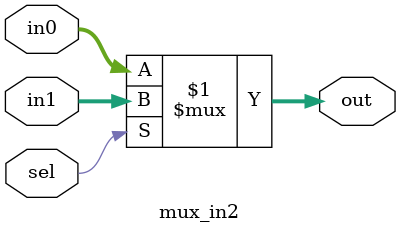
<source format=v>
`timescale 1ns / 1ps


module mux_in2(
input[15:0] in0, in1,
input sel,
output [15:0]out
);
assign out= sel? in1:in0;
endmodule



</source>
